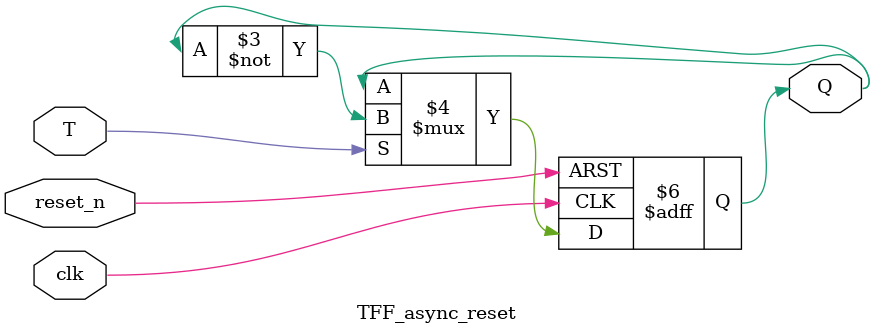
<source format=v>
module TFF_async_reset (
    input  wire T,
    input  wire clk,
    input  wire reset_n,
    output reg  Q
);
    always @(negedge clk or negedge reset_n) begin
        if (!reset_n)
            Q <= 1'b0;
        else if (T)
            Q <= ~Q;
    end
endmodule


</source>
